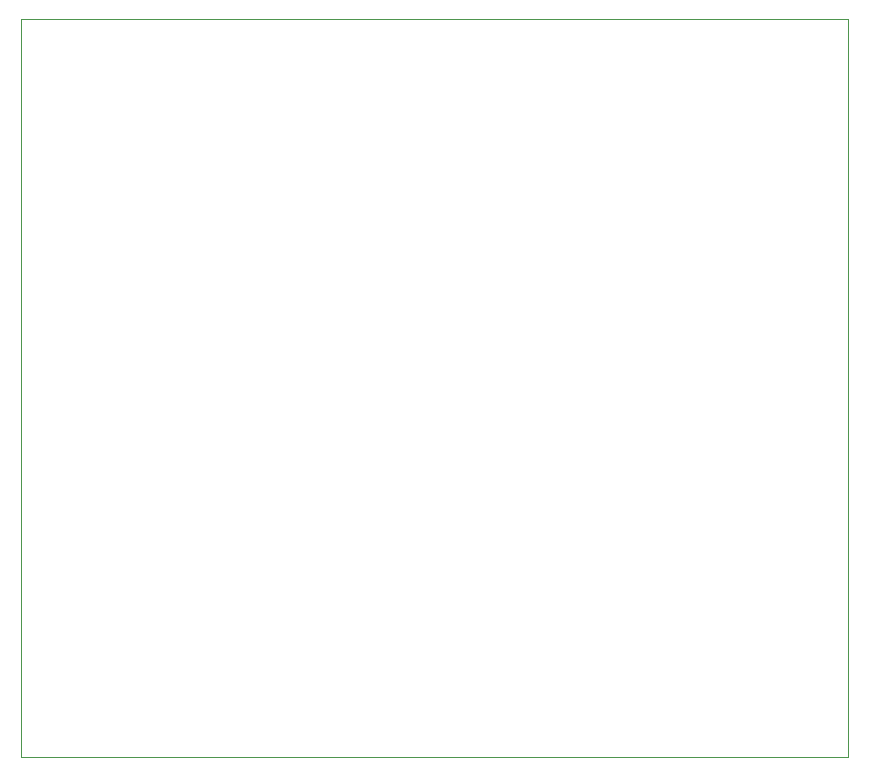
<source format=gbr>
G04 #@! TF.GenerationSoftware,KiCad,Pcbnew,(5.1.0)-1*
G04 #@! TF.CreationDate,2020-10-14T21:51:05+02:00*
G04 #@! TF.ProjectId,Waage,57616167-652e-46b6-9963-61645f706362,rev?*
G04 #@! TF.SameCoordinates,Original*
G04 #@! TF.FileFunction,Profile,NP*
%FSLAX46Y46*%
G04 Gerber Fmt 4.6, Leading zero omitted, Abs format (unit mm)*
G04 Created by KiCad (PCBNEW (5.1.0)-1) date 2020-10-14 21:51:05*
%MOMM*%
%LPD*%
G04 APERTURE LIST*
%ADD10C,0.050000*%
G04 APERTURE END LIST*
D10*
X150000000Y-59500000D02*
X150000000Y-122000000D01*
X80000000Y-59500000D02*
X150000000Y-59500000D01*
X80000000Y-122000000D02*
X80000000Y-59500000D01*
X80000000Y-122000000D02*
X150000000Y-122000000D01*
M02*

</source>
